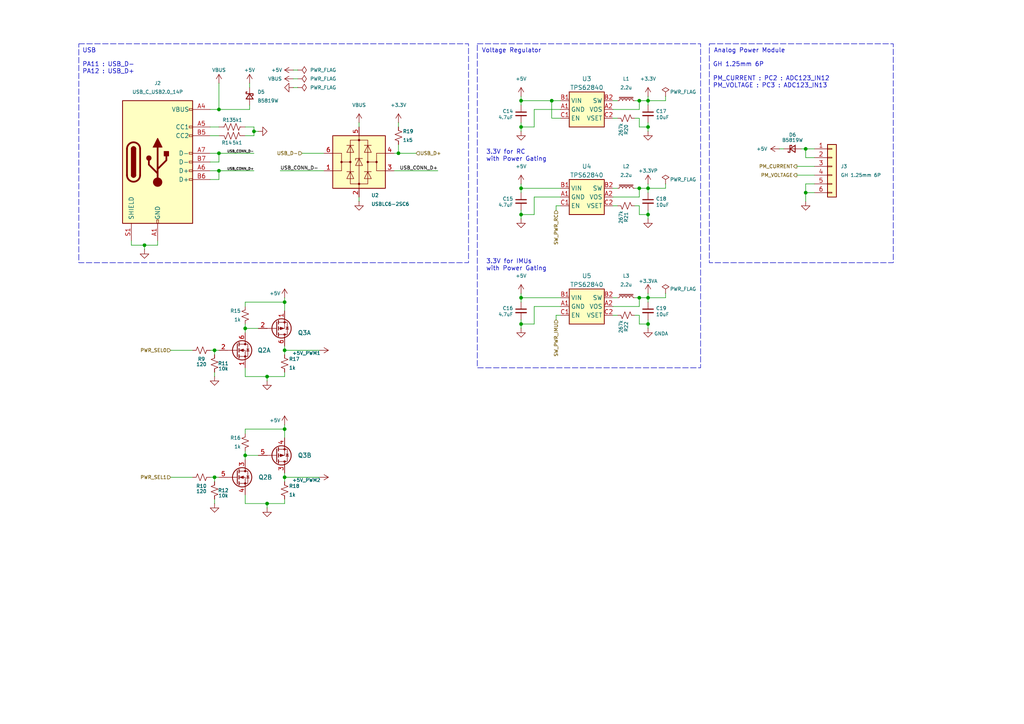
<source format=kicad_sch>
(kicad_sch (version 20250114) (generator "eeschema") (generator_version "9.0")
  (paper "A4")
  (title_block (title "USB & POWER") (date "2025-04-13") (rev "A") (company "NARAE") (comment 1 "INHA Univ. Areo-modelling Club") (comment 2 "2024 Winter UAV Project ") (comment 3 "Reversion 2"))
  (lib_symbols
    (symbol "+5V_1" (power) (pin_numbers (hide yes)) (pin_names (offset 0) (hide yes))
      (property "Value" "+5V" (at 0 3.556 0))
      (symbol "+5V_1_1_1"
        (pin power_in line (at 0 0 90) (length 0) (name "~") (number "1"))
      )
    )
    (symbol "Connector:USB_C_Receptacle_USB2.0_14P" (pin_names (offset 1.016))
      (property "Reference" "J3" (at 0 22.86 0))
      (property "Value" "USB_C_USB2.0_14P" (at 0 20.32 0))
      (symbol "USB_C_Receptacle_USB2.0_14P_1_1"
        (pin power_in line (at -7.62 -22.86 90) (length 5.08) (name "SHIELD") (number "S1"))
        (pin power_in line (at 0 -22.86 90) (length 5.08) (name "GND") (number "A1"))
        (pin power_in line (at 0 -22.86 90) (length 5.08) (hide yes) (name "GND") (number "A12"))
        (pin power_in line (at 0 -22.86 90) (length 5.08) (hide yes) (name "GND") (number "B1"))
        (pin power_in line (at 0 -22.86 90) (length 5.08) (hide yes) (name "GND") (number "B12"))
        (pin passive line (at 15.24 15.24 180) (length 5.08) (name "VBUS") (number "A4"))
        (pin passive line (at 15.24 15.24 180) (length 5.08) (hide yes) (name "VBUS") (number "A9"))
        (pin passive line (at 15.24 15.24 180) (length 5.08) (hide yes) (name "VBUS") (number "B4"))
        (pin passive line (at 15.24 15.24 180) (length 5.08) (hide yes) (name "VBUS") (number "B9"))
        (pin bidirectional line (at 15.24 10.16 180) (length 5.08) (name "CC1") (number "A5"))
        (pin bidirectional line (at 15.24 7.62 180) (length 5.08) (name "CC2") (number "B5"))
        (pin bidirectional line (at 15.24 2.54 180) (length 5.08) (name "D-") (number "A7"))
        (pin bidirectional line (at 15.24 0 180) (length 5.08) (name "D-") (number "B7"))
        (pin bidirectional line (at 15.24 -2.54 180) (length 5.08) (name "D+") (number "A6"))
        (pin bidirectional line (at 15.24 -5.08 180) (length 5.08) (name "D+") (number "B6"))
      )
    )
    (symbol "Connector_Generic:Conn_01x06" (pin_names (offset 1.016) (hide yes))
      (property "Reference" "J" (at 0 7.62 0))
      (property "Value" "Conn_01x06" (at 0 -10.16 0))
      (symbol "Conn_01x06_1_1"
        (pin passive line (at -5.08 5.08 0) (length 3.81) (name "Pin_1") (number "1"))
        (pin passive line (at -5.08 2.54 0) (length 3.81) (name "Pin_2") (number "2"))
        (pin passive line (at -5.08 0 0) (length 3.81) (name "Pin_3") (number "3"))
        (pin passive line (at -5.08 -2.54 0) (length 3.81) (name "Pin_4") (number "4"))
        (pin passive line (at -5.08 -5.08 0) (length 3.81) (name "Pin_5") (number "5"))
        (pin passive line (at -5.08 -7.62 0) (length 3.81) (name "Pin_6") (number "6"))
      )
    )
    (symbol "Device:C_Small" (pin_numbers (hide yes)) (pin_names (offset 0.254) (hide yes))
      (property "Reference" "C" (at 0.254 1.778 0))
      (property "Value" "C_Small" (at 0.254 -2.032 0))
      (symbol "C_Small_1_1"
        (pin passive line (at 0 2.54 270) (length 2.032) (name "~") (number "1"))
        (pin passive line (at 0 -2.54 90) (length 2.032) (name "~") (number "2"))
      )
    )
    (symbol "Device:D_Schottky_Small" (pin_numbers (hide yes)) (pin_names (offset 0.254) (hide yes))
      (property "Reference" "D" (at -1.27 2.032 0))
      (property "Value" "D_Schottky_Small" (at -7.112 -2.032 0))
      (symbol "D_Schottky_Small_1_1"
        (pin passive line (at -2.54 0 0) (length 1.778) (name "K") (number "1"))
        (pin passive line (at 2.54 0 180) (length 1.778) (name "A") (number "2"))
      )
    )
    (symbol "Device:L_Iron_Small" (pin_numbers (hide yes)) (pin_names (offset 0.254) (hide yes))
      (property "Reference" "L" (at 1.27 1.016 0))
      (property "Value" "L_Iron_Small" (at 1.27 -1.27 0))
      (symbol "L_Iron_Small_1_1"
        (pin passive line (at 0 2.54 270) (length 0.508) (name "~") (number "1"))
        (pin passive line (at 0 -2.54 90) (length 0.508) (name "~") (number "2"))
      )
    )
    (symbol "Device:R_Small_US" (pin_numbers (hide yes)) (pin_names (offset 0.254) (hide yes))
      (property "Reference" "R" (at 0.762 0.508 0))
      (property "Value" "R_Small_US" (at 0.762 -1.016 0))
      (symbol "R_Small_US_1_1"
        (pin passive line (at 0 2.54 270) (length 1.016) (name "~") (number "1"))
        (pin passive line (at 0 -2.54 90) (length 1.016) (name "~") (number "2"))
      )
    )
    (symbol "Device:R_US" (pin_numbers (hide yes)) (pin_names (offset 0))
      (property "Reference" "R" (at 2.54 0 90))
      (property "Value" "R_US" (at -2.54 0 90))
      (symbol "R_US_1_1"
        (pin passive line (at 0 3.81 270) (length 1.27) (name "~") (number "1"))
        (pin passive line (at 0 -3.81 90) (length 1.27) (name "~") (number "2"))
      )
    )
    (symbol "GND_13" (power) (pin_numbers (hide yes)) (pin_names (offset 0) (hide yes))
      (property "Value" "GND" (at 0 -3.81 0))
      (symbol "GND_13_1_1"
        (pin power_in line (at 0 0 270) (length 0) (name "~") (number "1"))
      )
    )
    (symbol "GND_2" (power) (pin_numbers (hide yes)) (pin_names (offset 0) (hide yes))
      (property "Value" "GND" (at 0 -3.81 0))
      (symbol "GND_2_1_1"
        (pin power_in line (at 0 0 270) (length 0) (name "~") (number "1"))
      )
    )
    (symbol "GND_3" (power) (pin_numbers (hide yes)) (pin_names (offset 0) (hide yes))
      (property "Value" "GND" (at 0 -3.81 0))
      (symbol "GND_3_1_1"
        (pin power_in line (at 0 0 270) (length 0) (name "~") (number "1"))
      )
    )
    (symbol "Nexperia_PMD:PMDPB30XN" (pin_names (offset 0) (hide yes))
      (property "Reference" "Q" (at 5.08 1.905 0))
      (property "Value" "PMDPB30XN" (at 5.08 0 0))
      (symbol "PMDPB30XN_1_0"
        (pin passive line (at 2.54 5.08 270) (length 2.54) (hide yes) (name "D") (number "7"))
      )
      (symbol "PMDPB30XN_1_1"
        (pin input line (at -5.08 0 0) (length 2.54) (name "G") (number "2"))
        (pin passive line (at 2.54 5.08 270) (length 2.54) (name "D") (number "6"))
        (pin passive line (at 2.54 -5.08 90) (length 2.54) (name "S") (number "1"))
      )
      (symbol "PMDPB30XN_2_0"
        (pin passive line (at 2.54 5.08 270) (length 2.54) (hide yes) (name "D") (number "8"))
      )
      (symbol "PMDPB30XN_2_1"
        (pin input line (at -5.08 0 0) (length 2.54) (name "G") (number "5"))
        (pin passive line (at 2.54 5.08 270) (length 2.54) (name "D") (number "3"))
        (pin passive line (at 2.54 -5.08 90) (length 2.54) (name "S") (number "4"))
      )
    )
    (symbol "Nexperia_PMD:PMDPB55XPA" (pin_names (offset 0) (hide yes))
      (property "Reference" "Q" (at 5.08 1.905 0))
      (property "Value" "PMDPB55XPA" (at 5.08 0 0))
      (symbol "PMDPB55XPA_1_0"
        (pin passive line (at 2.54 5.08 270) (length 2.54) (hide yes) (name "D") (number "7"))
      )
      (symbol "PMDPB55XPA_1_1"
        (pin input line (at -5.08 0 0) (length 2.54) (name "G") (number "2"))
        (pin passive line (at 2.54 5.08 270) (length 2.54) (name "D") (number "6"))
        (pin passive line (at 2.54 -5.08 90) (length 2.54) (name "S") (number "1"))
      )
      (symbol "PMDPB55XPA_2_0"
        (pin passive line (at 2.54 5.08 270) (length 2.54) (hide yes) (name "D") (number "8"))
      )
      (symbol "PMDPB55XPA_2_1"
        (pin input line (at -5.08 0 0) (length 2.54) (name "G") (number "5"))
        (pin passive line (at 2.54 5.08 270) (length 2.54) (name "D") (number "3"))
        (pin passive line (at 2.54 -5.08 90) (length 2.54) (name "S") (number "4"))
      )
    )
    (symbol "Power_Protection:USBLC6-2SC6" (pin_names (hide yes))
      (property "Reference" "U" (at 2.54 8.89 0))
      (property "Value" "USBLC6-2SC6" (at 2.54 -8.89 0))
      (symbol "USBLC6-2SC6_1_1"
        (pin passive line (at -10.16 2.54 0) (length 2.54) (name "I/O1") (number "6"))
        (pin passive line (at -10.16 -2.54 0) (length 2.54) (name "I/O1") (number "1"))
        (pin passive line (at 0 10.16 270) (length 2.54) (name "VBUS") (number "5"))
        (pin passive line (at 0 -10.16 90) (length 2.54) (name "GND") (number "2"))
        (pin passive line (at 10.16 2.54 180) (length 2.54) (name "I/O2") (number "4"))
        (pin passive line (at 10.16 -2.54 180) (length 2.54) (name "I/O2") (number "3"))
      )
    )
    (symbol "TPS62840YBG:TPS62840YBG"
      (property "Reference" "U" (at 0 6.35 0))
      (symbol "TPS62840YBG_1_1"
        (pin power_in line (at -7.62 2.54 0) (length 2.54) (name "VIN") (number "B1"))
        (pin power_in line (at -7.62 0 0) (length 2.54) (name "GND") (number "A1"))
        (pin input line (at -7.62 -2.54 0) (length 2.54) (name "EN") (number "C1"))
        (pin open_collector line (at 7.62 2.54 180) (length 2.54) (name "SW") (number "B2"))
        (pin input line (at 7.62 0 180) (length 2.54) (name "VOS") (number "A2"))
        (pin input line (at 7.62 -2.54 180) (length 2.54) (name "VSET") (number "C2"))
      )
    )
    (symbol "VBUS_1" (power) (pin_numbers (hide yes)) (pin_names (offset 0) (hide yes))
      (property "Value" "VBUS" (at 0 3.556 0))
      (symbol "VBUS_1_1_1"
        (pin power_in line (at 0 0 90) (length 0) (name "~") (number "1"))
      )
    )
    (symbol "power:+3.3V" (power) (pin_numbers (hide yes)) (pin_names (offset 0) (hide yes))
      (property "Value" "+3.3V" (at 0 3.556 0))
      (symbol "+3.3V_1_1"
        (pin power_in line (at 0 0 90) (length 0) (name "~") (number "1"))
      )
    )
    (symbol "power:+3.3VA" (power) (pin_numbers (hide yes)) (pin_names (offset 0) (hide yes))
      (property "Value" "+3.3VA" (at 0 3.556 0))
      (symbol "+3.3VA_1_1"
        (pin power_in line (at 0 0 90) (length 0) (name "~") (number "1"))
      )
    )
    (symbol "power:+3.3VP" (power) (pin_numbers (hide yes)) (pin_names (offset 0) (hide yes))
      (property "Value" "+3.3VP" (at 0 3.556 0))
      (symbol "+3.3VP_0_0"
        (pin power_in line (at 0 0 90) (length 0) (name "~") (number "1"))
      )
    )
    (symbol "power:+5V" (power) (pin_numbers (hide yes)) (pin_names (offset 0) (hide yes))
      (property "Value" "+5V" (at 0 3.556 0))
      (symbol "+5V_1_1"
        (pin power_in line (at 0 0 90) (length 0) (name "~") (number "1"))
      )
    )
    (symbol "power:GND" (power) (pin_numbers (hide yes)) (pin_names (offset 0) (hide yes))
      (property "Value" "GND" (at 0 -3.81 0))
      (symbol "GND_1_1"
        (pin power_in line (at 0 0 270) (length 0) (name "~") (number "1"))
      )
    )
    (symbol "power:GNDA" (power) (pin_numbers (hide yes)) (pin_names (offset 0) (hide yes))
      (property "Value" "GNDA" (at 0 -3.81 0))
      (symbol "GNDA_1_1"
        (pin power_in line (at 0 0 270) (length 0) (name "~") (number "1"))
      )
    )
    (symbol "power:PWR_FLAG" (power) (pin_numbers (hide yes)) (pin_names (offset 0) (hide yes))
      (property "Value" "PWR_FLAG" (at 0 3.81 0))
      (symbol "PWR_FLAG_0_0"
        (pin power_out line (at 0 0 90) (length 0) (name "~") (number "1"))
      )
    )
    (symbol "power:VBUS" (power) (pin_numbers (hide yes)) (pin_names (offset 0) (hide yes))
      (property "Value" "VBUS" (at 0 3.556 0))
      (symbol "VBUS_1_1"
        (pin power_in line (at 0 0 90) (length 0) (name "~") (number "1"))
      )
    )
  )
  (rectangle (start 205.74 12.7) (end 259.08 76.2) (stroke (width 0) (type dash)))
  (rectangle (start 22.86 12.7) (end 135.89 76.2) (stroke (width 0) (type dash)))
  (rectangle (start 138.43 12.7) (end 203.2 106.68) (stroke (width 0) (type dash)))
  (text "Analog Power Module" (at 207.01 15.494 0) (effects (font (size 1.27 1.27)) (justify left bottom)))
  (text "GH 1.25mm 6P\n\nPM_CURRENT : PC2 : ADC123_IN12\nPM_VOLTAGE : PC3 : ADC123_IN13" (at 206.756 18.034 0) (effects (font (size 1.27 1.27)) (justify left top)))
  (text "Voltage Regulator" (at 139.7 15.494 0) (effects (font (size 1.27 1.27)) (justify left bottom)))
  (text "3.3V for IMUs\nwith Power Gating " (at 140.97 75.184 0) (effects (font (size 1.27 1.27)) (justify left top)))
  (text "USB" (at 23.876 15.494 0) (effects (font (size 1.27 1.27)) (justify left bottom)))
  (text "3.3V for RC \nwith Power Gating " (at 140.97 43.434 0) (effects (font (size 1.27 1.27)) (justify left top)))
  (text "PA11 : USB_D-\nPA12 : USB_D+" (at 23.876 18.034 0) (effects (font (size 1.27 1.27)) (justify left top)))
  (junction (at 71.12 95.25))
  (junction (at 115.57 44.45))
  (junction (at 185.42 29.21))
  (junction (at 62.23 101.6))
  (junction (at 233.68 55.88))
  (junction (at 63.5 31.75))
  (junction (at 82.55 124.46))
  (junction (at 160.02 29.21))
  (junction (at 185.42 86.36))
  (junction (at 187.96 86.36))
  (junction (at 185.42 54.61))
  (junction (at 151.13 62.23))
  (junction (at 77.47 146.05))
  (junction (at 151.13 54.61))
  (junction (at 151.13 86.36))
  (junction (at 82.55 101.6))
  (junction (at 41.91 71.12))
  (junction (at 187.96 29.21))
  (junction (at 187.96 62.23))
  (junction (at 82.55 87.63))
  (junction (at 187.96 36.83))
  (junction (at 151.13 29.21))
  (junction (at 233.68 43.18))
  (junction (at 71.12 132.08))
  (junction (at 73.66 38.1))
  (junction (at 151.13 93.98))
  (junction (at 187.96 54.61))
  (junction (at 62.23 138.43))
  (junction (at 63.5 44.45))
  (junction (at 187.96 93.98))
  (junction (at 82.55 138.43))
  (junction (at 77.47 109.22))
  (junction (at 63.5 49.53))
  (junction (at 151.13 36.83))
  (wire (pts (xy 151.13 29.21) (xy 151.13 30.48)))
  (wire (pts (xy 185.42 29.21) (xy 187.96 29.21)))
  (wire (pts (xy 233.68 43.18) (xy 233.68 45.72)))
  (wire (pts (xy 187.96 36.83) (xy 187.96 38.1)))
  (wire (pts (xy 63.5 49.53) (xy 63.5 52.07)))
  (wire (pts (xy 62.23 138.43) (xy 62.23 139.7)))
  (wire (pts (xy 185.42 88.9) (xy 185.42 86.36)))
  (wire (pts (xy 82.55 144.78) (xy 82.55 146.05)))
  (wire (pts (xy 161.29 59.69) (xy 162.56 59.69)))
  (wire (pts (xy 115.57 44.45) (xy 120.65 44.45)))
  (wire (pts (xy 187.96 93.98) (xy 187.96 95.25)))
  (wire (pts (xy 87.63 44.45) (xy 93.98 44.45)))
  (wire (pts (xy 187.96 86.36) (xy 187.96 87.63)))
  (wire (pts (xy 187.96 54.61) (xy 193.04 54.61)))
  (wire (pts (xy 185.42 86.36) (xy 187.96 86.36)))
  (wire (pts (xy 72.39 24.13) (xy 72.39 25.4)))
  (wire (pts (xy 63.5 44.45) (xy 63.5 46.99)))
  (wire (pts (xy 115.57 41.91) (xy 115.57 44.45)))
  (wire (pts (xy 151.13 60.96) (xy 151.13 62.23)))
  (wire (pts (xy 151.13 36.83) (xy 151.13 38.1)))
  (wire (pts (xy 41.91 71.12) (xy 41.91 72.39)))
  (wire (pts (xy 71.12 132.08) (xy 74.93 132.08)))
  (wire (pts (xy 184.15 86.36) (xy 185.42 86.36)))
  (wire (pts (xy 151.13 27.94) (xy 151.13 29.21)))
  (wire (pts (xy 85.09 25.4) (xy 86.36 25.4)))
  (wire (pts (xy 177.8 88.9) (xy 185.42 88.9)))
  (wire (pts (xy 151.13 93.98) (xy 151.13 95.25)))
  (wire (pts (xy 71.12 88.9) (xy 71.12 87.63)))
  (wire (pts (xy 72.39 30.48) (xy 72.39 31.75)))
  (wire (pts (xy 62.23 101.6) (xy 63.5 101.6)))
  (wire (pts (xy 82.55 100.33) (xy 82.55 101.6)))
  (wire (pts (xy 82.55 107.95) (xy 82.55 109.22)))
  (wire (pts (xy 185.42 36.83) (xy 187.96 36.83)))
  (wire (pts (xy 185.42 34.29) (xy 185.42 36.83)))
  (wire (pts (xy 73.66 38.1) (xy 74.93 38.1)))
  (wire (pts (xy 71.12 130.81) (xy 71.12 132.08)))
  (wire (pts (xy 231.14 48.26) (xy 236.22 48.26)))
  (wire (pts (xy 185.42 62.23) (xy 187.96 62.23)))
  (wire (pts (xy 177.8 31.75) (xy 185.42 31.75)))
  (wire (pts (xy 177.8 29.21) (xy 179.07 29.21)))
  (wire (pts (xy 71.12 39.37) (xy 73.66 39.37)))
  (wire (pts (xy 41.91 71.12) (xy 45.72 71.12)))
  (wire (pts (xy 151.13 36.83) (xy 154.94 36.83)))
  (wire (pts (xy 63.5 24.13) (xy 63.5 31.75)))
  (wire (pts (xy 236.22 53.34) (xy 233.68 53.34)))
  (wire (pts (xy 60.96 138.43) (xy 62.23 138.43)))
  (wire (pts (xy 233.68 55.88) (xy 233.68 58.42)))
  (wire (pts (xy 60.96 46.99) (xy 63.5 46.99)))
  (wire (pts (xy 151.13 92.71) (xy 151.13 93.98)))
  (wire (pts (xy 184.15 91.44) (xy 185.42 91.44)))
  (wire (pts (xy 184.15 59.69) (xy 185.42 59.69)))
  (wire (pts (xy 233.68 53.34) (xy 233.68 55.88)))
  (wire (pts (xy 71.12 95.25) (xy 71.12 96.52)))
  (wire (pts (xy 151.13 62.23) (xy 154.94 62.23)))
  (wire (pts (xy 154.94 62.23) (xy 154.94 57.15)))
  (wire (pts (xy 185.42 91.44) (xy 185.42 93.98)))
  (wire (pts (xy 60.96 39.37) (xy 63.5 39.37)))
  (wire (pts (xy 161.29 91.44) (xy 162.56 91.44)))
  (wire (pts (xy 71.12 106.68) (xy 71.12 109.22)))
  (wire (pts (xy 62.23 101.6) (xy 62.23 102.87)))
  (wire (pts (xy 82.55 86.36) (xy 82.55 87.63)))
  (wire (pts (xy 104.14 57.15) (xy 104.14 58.42)))
  (wire (pts (xy 185.42 57.15) (xy 185.42 54.61)))
  (wire (pts (xy 187.96 54.61) (xy 187.96 55.88)))
  (wire (pts (xy 82.55 101.6) (xy 82.55 102.87)))
  (wire (pts (xy 115.57 44.45) (xy 114.3 44.45)))
  (wire (pts (xy 151.13 53.34) (xy 151.13 54.61)))
  (wire (pts (xy 193.04 27.94) (xy 193.04 29.21)))
  (wire (pts (xy 104.14 35.56) (xy 104.14 36.83)))
  (wire (pts (xy 187.96 60.96) (xy 187.96 62.23)))
  (wire (pts (xy 184.15 34.29) (xy 185.42 34.29)))
  (wire (pts (xy 187.96 62.23) (xy 187.96 63.5)))
  (wire (pts (xy 62.23 138.43) (xy 63.5 138.43)))
  (wire (pts (xy 184.15 54.61) (xy 185.42 54.61)))
  (wire (pts (xy 154.94 93.98) (xy 154.94 88.9)))
  (wire (pts (xy 151.13 54.61) (xy 151.13 55.88)))
  (wire (pts (xy 160.02 29.21) (xy 162.56 29.21)))
  (wire (pts (xy 77.47 146.05) (xy 82.55 146.05)))
  (wire (pts (xy 60.96 101.6) (xy 62.23 101.6)))
  (wire (pts (xy 162.56 34.29) (xy 160.02 34.29)))
  (wire (pts (xy 71.12 87.63) (xy 82.55 87.63)))
  (wire (pts (xy 115.57 35.56) (xy 115.57 36.83)))
  (wire (pts (xy 161.29 60.96) (xy 161.29 59.69)))
  (wire (pts (xy 63.5 31.75) (xy 72.39 31.75)))
  (wire (pts (xy 71.12 36.83) (xy 73.66 36.83)))
  (wire (pts (xy 177.8 34.29) (xy 179.07 34.29)))
  (wire (pts (xy 185.42 59.69) (xy 185.42 62.23)))
  (wire (pts (xy 154.94 88.9) (xy 162.56 88.9)))
  (wire (pts (xy 193.04 85.09) (xy 193.04 86.36)))
  (wire (pts (xy 82.55 138.43) (xy 82.55 139.7)))
  (wire (pts (xy 236.22 55.88) (xy 233.68 55.88)))
  (wire (pts (xy 151.13 62.23) (xy 151.13 63.5)))
  (wire (pts (xy 71.12 95.25) (xy 74.93 95.25)))
  (wire (pts (xy 154.94 31.75) (xy 162.56 31.75)))
  (wire (pts (xy 71.12 146.05) (xy 77.47 146.05)))
  (wire (pts (xy 82.55 123.19) (xy 82.55 124.46)))
  (wire (pts (xy 185.42 93.98) (xy 187.96 93.98)))
  (wire (pts (xy 60.96 31.75) (xy 63.5 31.75)))
  (wire (pts (xy 187.96 29.21) (xy 187.96 30.48)))
  (wire (pts (xy 151.13 54.61) (xy 162.56 54.61)))
  (wire (pts (xy 73.66 36.83) (xy 73.66 38.1)))
  (wire (pts (xy 77.47 146.05) (xy 77.47 147.32)))
  (wire (pts (xy 71.12 124.46) (xy 82.55 124.46)))
  (wire (pts (xy 62.23 107.95) (xy 62.23 109.22)))
  (wire (pts (xy 232.41 43.18) (xy 233.68 43.18)))
  (wire (pts (xy 151.13 29.21) (xy 160.02 29.21)))
  (wire (pts (xy 187.96 85.09) (xy 187.96 86.36)))
  (wire (pts (xy 160.02 29.21) (xy 160.02 34.29)))
  (wire (pts (xy 161.29 92.71) (xy 161.29 91.44)))
  (wire (pts (xy 71.12 132.08) (xy 71.12 133.35)))
  (wire (pts (xy 236.22 45.72) (xy 233.68 45.72)))
  (wire (pts (xy 187.96 86.36) (xy 193.04 86.36)))
  (wire (pts (xy 177.8 86.36) (xy 179.07 86.36)))
  (wire (pts (xy 92.71 138.43) (xy 82.55 138.43)))
  (wire (pts (xy 71.12 93.98) (xy 71.12 95.25)))
  (wire (pts (xy 77.47 109.22) (xy 82.55 109.22)))
  (wire (pts (xy 60.96 49.53) (xy 63.5 49.53)))
  (wire (pts (xy 81.28 49.53) (xy 93.98 49.53)))
  (wire (pts (xy 82.55 137.16) (xy 82.55 138.43)))
  (wire (pts (xy 185.42 31.75) (xy 185.42 29.21)))
  (wire (pts (xy 82.55 124.46) (xy 82.55 127)))
  (wire (pts (xy 151.13 85.09) (xy 151.13 86.36)))
  (wire (pts (xy 62.23 144.78) (xy 62.23 146.05)))
  (wire (pts (xy 185.42 54.61) (xy 187.96 54.61)))
  (wire (pts (xy 154.94 57.15) (xy 162.56 57.15)))
  (wire (pts (xy 151.13 35.56) (xy 151.13 36.83)))
  (wire (pts (xy 187.96 35.56) (xy 187.96 36.83)))
  (wire (pts (xy 63.5 49.53) (xy 73.66 49.53)))
  (wire (pts (xy 151.13 86.36) (xy 151.13 87.63)))
  (wire (pts (xy 184.15 29.21) (xy 185.42 29.21)))
  (wire (pts (xy 127 49.53) (xy 114.3 49.53)))
  (wire (pts (xy 73.66 38.1) (xy 73.66 39.37)))
  (wire (pts (xy 187.96 29.21) (xy 193.04 29.21)))
  (wire (pts (xy 49.53 101.6) (xy 55.88 101.6)))
  (wire (pts (xy 187.96 27.94) (xy 187.96 29.21)))
  (wire (pts (xy 71.12 125.73) (xy 71.12 124.46)))
  (wire (pts (xy 193.04 53.34) (xy 193.04 54.61)))
  (wire (pts (xy 85.09 20.32) (xy 86.36 20.32)))
  (wire (pts (xy 177.8 91.44) (xy 179.07 91.44)))
  (wire (pts (xy 154.94 36.83) (xy 154.94 31.75)))
  (wire (pts (xy 60.96 44.45) (xy 63.5 44.45)))
  (wire (pts (xy 71.12 143.51) (xy 71.12 146.05)))
  (wire (pts (xy 38.1 69.85) (xy 38.1 71.12)))
  (wire (pts (xy 60.96 36.83) (xy 63.5 36.83)))
  (wire (pts (xy 187.96 53.34) (xy 187.96 54.61)))
  (wire (pts (xy 38.1 71.12) (xy 41.91 71.12)))
  (wire (pts (xy 177.8 59.69) (xy 179.07 59.69)))
  (wire (pts (xy 82.55 87.63) (xy 82.55 90.17)))
  (wire (pts (xy 187.96 92.71) (xy 187.96 93.98)))
  (wire (pts (xy 71.12 109.22) (xy 77.47 109.22)))
  (wire (pts (xy 60.96 52.07) (xy 63.5 52.07)))
  (wire (pts (xy 92.71 101.6) (xy 82.55 101.6)))
  (wire (pts (xy 231.14 50.8) (xy 236.22 50.8)))
  (wire (pts (xy 177.8 57.15) (xy 185.42 57.15)))
  (wire (pts (xy 226.06 43.18) (xy 227.33 43.18)))
  (wire (pts (xy 151.13 86.36) (xy 162.56 86.36)))
  (wire (pts (xy 233.68 43.18) (xy 236.22 43.18)))
  (wire (pts (xy 49.53 138.43) (xy 55.88 138.43)))
  (wire (pts (xy 177.8 54.61) (xy 179.07 54.61)))
  (wire (pts (xy 77.47 109.22) (xy 77.47 110.49)))
  (wire (pts (xy 151.13 93.98) (xy 154.94 93.98)))
  (wire (pts (xy 45.72 69.85) (xy 45.72 71.12)))
  (wire (pts (xy 85.09 22.86) (xy 86.36 22.86)))
  (wire (pts (xy 63.5 44.45) (xy 73.66 44.45)))
  (label "USB_CONN_D-" (at 73.66 44.45 180) (effects (font (size 0.7 0.7))))
  (label "USB_CONN_D+" (at 73.66 49.53 180) (effects (font (size 0.7 0.7))))
  (label "USB_CONN_D+" (at 127 49.53 180) (effects (font (size 1 1))))
  (label "USB_CONN_D-" (at 81.28 49.53 0) (effects (font (size 1 1))))
  (hierarchical_label "USB_D+" (shape input) (at 120.65 44.45 0) (effects (font (size 1 1))))
  (hierarchical_label "PWR_SEL0" (shape input) (at 49.53 101.6 180) (effects (font (size 1 1))))
  (hierarchical_label "PM_CURRENT" (shape output) (at 231.14 48.26 180) (effects (font (size 1 1))))
  (hierarchical_label "SW_PWR_RC" (shape input) (at 161.29 60.96 270) (effects (font (size 1 1))))
  (hierarchical_label "USB_D-" (shape input) (at 87.63 44.45 180) (effects (font (size 1 1))))
  (hierarchical_label "SW_PWR_IMU" (shape input) (at 161.29 92.71 270) (effects (font (size 1 1))))
  (hierarchical_label "PM_VOLTAGE" (shape output) (at 231.14 50.8 180) (effects (font (size 1 1))))
  (hierarchical_label "PWR_SEL1" (shape input) (at 49.53 138.43 180) (effects (font (size 1 1))))
  (symbol (lib_id "Device:R_Small_US") (at 82.55 142.24 0) (unit 1)
    (property "Reference" "R18" (at 83.82 140.97 0) (effects (font (size 1 1)) (justify left)))
    (property "Value" "1k" (at 83.82 143.51 0) (effects (font (size 1 1)) (justify left)))
    (property "Footprint" "Resistor_SMD:R_0402_1005Metric" (effects (hide yes)))
    (property "Description" "Resistor, small US symbol" (effects (hide yes)))
    (property "LCSC" "C106235" (effects (hide yes)))
  )
  (symbol (lib_id "power:+3.3V") (at 187.96 27.94 0) (unit 1)
    (property "Reference" "#PWR046" (effects (hide yes)))
    (property "Value" "+3.3V" (at 187.96 22.86 0) (effects (font (size 1 1))))
    (property "Description" "Power symbol creates a global label with name \"+3.3V\"" (effects (hide yes)))
  )
  (symbol (lib_id "power:+5V") (at 226.06 43.18 90) (unit 1)
    (property "Reference" "#PWR052" (effects (hide yes)))
    (property "Value" "+5V" (at 220.98 43.18 90) (effects (font (size 1 1))))
    (property "Description" "Power symbol creates a global label with name \"+5V\"" (effects (hide yes)))
  )
  (symbol (lib_id "power:GND") (at 151.13 63.5 0) (unit 1)
    (property "Reference" "#PWR043" (effects (hide yes)))
    (property "Value" "GND" (effects (hide yes)))
    (property "Description" "Power symbol creates a global label with name \"GND\" , ground" (effects (hide yes)))
  )
  (symbol (lib_id "TPS62840YBG:TPS62840YBG") (at 170.18 31.75 0) (unit 1)
    (property "Reference" "U3" (at 170.18 22.86 0))
    (property "Value" "TPS62840" (at 170.18 25.4 0))
    (property "Footprint" "Package_BGA:Texas_DSBGA-6_0.855x1.255mm_Layout2x3_P0.4mm_LevelC" (effects (hide yes)))
    (property "LCSC" "C2071139" (effects (hide yes)))
  )
  (symbol (lib_id "power:GNDA") (at 187.96 95.25 0) (unit 1)
    (property "Reference" "#PWR051" (effects (hide yes)))
    (property "Value" "GNDA" (at 191.77 96.774 0) (effects (font (size 1 1))))
    (property "Description" "Power symbol creates a global label with name \"GNDA\" , analog ground" (effects (hide yes)))
  )
  (symbol (lib_id "power:+3.3V") (at 115.57 35.56 0) (unit 1)
    (property "Reference" "#PWR039" (effects (hide yes)))
    (property "Value" "+3.3V" (at 115.57 30.48 0) (effects (font (size 1 1))))
    (property "Description" "Power symbol creates a global label with name \"+3.3V\"" (effects (hide yes)))
  )
  (symbol (lib_id "Device:L_Iron_Small") (at 181.61 54.61 90) (unit 1)
    (property "Reference" "L2" (at 181.61 48.26 90) (effects (font (size 1 1))))
    (property "Value" "2.2u" (at 181.61 50.8 90) (effects (font (size 1 1))))
    (property "Footprint" "VLS201610ET-2R2M:VLS201610ET-2R2M" (effects (hide yes)))
    (property "Description" "Inductor with iron core, small symbol" (effects (hide yes)))
    (property "LCSC" "C114768" (effects (hide yes)))
  )
  (symbol (lib_id "Device:R_Small_US") (at 181.61 34.29 270) (mirror x) (unit 1)
    (property "Reference" "R20" (at 181.61 37.592 0) (effects (font (size 1 1))))
    (property "Value" "267k" (at 180.086 37.592 0) (effects (font (size 1 1))))
    (property "Footprint" "Resistor_SMD:R_0402_1005Metric" (effects (hide yes)))
    (property "Description" "Resistor, small US symbol" (effects (hide yes)))
    (property "LCSC" "C2998050" (effects (hide yes)))
  )
  (symbol (lib_id "Device:R_Small_US") (at 181.61 91.44 270) (mirror x) (unit 1)
    (property "Reference" "R22" (at 181.61 94.742 0) (effects (font (size 1 1))))
    (property "Value" "267k" (at 180.086 94.742 0) (effects (font (size 1 1))))
    (property "Footprint" "Resistor_SMD:R_0402_1005Metric" (effects (hide yes)))
    (property "Description" "Resistor, small US symbol" (effects (hide yes)))
    (property "LCSC" "C2998050" (effects (hide yes)))
  )
  (symbol (lib_id "Nexperia_PMD:PMDPB55XPA") (at 80.01 95.25 0) (mirror x) (unit 1)
    (property "Reference" "Q3" (at 86.36 96.5201 0) (effects (justify left)))
    (property "Value" "PMDPB55XP" (effects (hide yes)))
    (property "Footprint" "Nexperia_SOT1118:Nexperia_SOT1118" (effects (hide yes)))
    (property "Description" "Dual PMOS transistor, 6 pin package" (effects (hide yes)))
    (property "LCSC" "C552752" (effects (hide yes)))
  )
  (symbol (lib_id "Device:R_Small_US") (at 62.23 105.41 0) (mirror y) (unit 1)
    (property "Reference" "R11" (at 64.77 105.41 0) (effects (font (size 1 1))))
    (property "Value" "10k" (at 64.77 106.934 0) (effects (font (size 1 1))))
    (property "Footprint" "Resistor_SMD:R_0402_1005Metric" (effects (hide yes)))
    (property "Description" "Resistor, small US symbol" (effects (hide yes)))
    (property "LCSC" "C25531" (effects (hide yes)))
  )
  (symbol (lib_id "power:GND") (at 77.47 110.49 0) (unit 1)
    (property "Reference" "#PWR028" (effects (hide yes)))
    (property "Value" "GND" (effects (hide yes)))
    (property "Description" "Power symbol creates a global label with name \"GND\" , ground" (effects (hide yes)))
  )
  (symbol (lib_id "Connector_Generic:Conn_01x06") (at 241.3 48.26 0) (unit 1)
    (property "Reference" "J3" (at 243.84 48.26 0) (effects (font (size 1 1)) (justify left)))
    (property "Value" "GH 1.25mm 6P" (at 243.84 50.8 0) (effects (font (size 1 1)) (justify left)))
    (property "Footprint" "JST_GH:JST_GH_SM06B-GHS-TB_06x1.25mm_Angled" (effects (hide yes)))
    (property "Description" "Generic connector, single row, 01x06, script generated (kicad-library-utils/schlib/autogen/connector/)" (effects (hide yes)))
    (property "LCSC" "C133065" (effects (hide yes)))
  )
  (symbol (lib_id "TPS62840YBG:TPS62840YBG") (at 170.18 57.15 0) (unit 1)
    (property "Reference" "U4" (at 170.18 48.26 0))
    (property "Value" "TPS62840" (at 170.18 50.8 0))
    (property "Footprint" "Package_BGA:Texas_DSBGA-6_0.855x1.255mm_Layout2x3_P0.4mm_LevelC" (effects (hide yes)))
    (property "LCSC" "C2071139" (effects (hide yes)))
  )
  (symbol (lib_name "GND_13") (lib_id "power:GND") (at 62.23 109.22 0) (unit 1)
    (property "Reference" "#PWR023" (effects (hide yes)))
    (property "Value" "GND" (effects (hide yes)))
    (property "Description" "Power symbol creates a global label with name \"GND\" , ground" (effects (hide yes)))
  )
  (symbol (lib_id "power:GND") (at 151.13 38.1 0) (unit 1)
    (property "Reference" "#PWR041" (effects (hide yes)))
    (property "Value" "GND" (effects (hide yes)))
    (property "Description" "Power symbol creates a global label with name \"GND\" , ground" (effects (hide yes)))
  )
  (symbol (lib_name "+5V_1") (lib_id "power:+5V") (at 92.71 138.43 270) (unit 1)
    (property "Reference" "#PWR036" (effects (hide yes)))
    (property "Value" "+5V_PWM2" (at 92.964 138.684 90) (effects (font (size 1 1)) (justify right top)))
  )
  (symbol (lib_id "Device:R_Small_US") (at 58.42 138.43 90) (unit 1)
    (property "Reference" "R10" (at 58.42 140.97 90) (effects (font (size 1 1))))
    (property "Value" "120" (at 58.42 142.494 90) (effects (font (size 1 1))))
    (property "Footprint" "Resistor_SMD:R_0402_1005Metric" (effects (hide yes)))
    (property "Description" "Resistor, small US symbol" (effects (hide yes)))
    (property "LCSC" " C25079" (effects (hide yes)))
  )
  (symbol (lib_id "Device:C_Small") (at 187.96 58.42 0) (unit 1)
    (property "Reference" "C18" (at 190.246 57.658 0) (effects (font (size 1 1)) (justify left)))
    (property "Value" "10uF" (at 190.246 59.436 0) (effects (font (size 1 1)) (justify left)))
    (property "Footprint" "Capacitor_SMD:C_0402_1005Metric" (effects (hide yes)))
    (property "LCSC" "C307415" (effects (hide yes)))
  )
  (symbol (lib_id "Device:C_Small") (at 151.13 58.42 0) (unit 1)
    (property "Reference" "C15" (at 148.844 57.658 0) (effects (font (size 1 1)) (justify right)))
    (property "Value" "4.7uF" (at 148.844 59.436 0) (effects (font (size 1 1)) (justify right)))
    (property "Footprint" "Capacitor_SMD:C_0402_1005Metric" (effects (hide yes)))
    (property "LCSC" "C307423" (effects (hide yes)))
  )
  (symbol (lib_id "Device:R_Small_US") (at 181.61 59.69 270) (mirror x) (unit 1)
    (property "Reference" "R21" (at 181.61 62.992 0) (effects (font (size 1 1))))
    (property "Value" "267k" (at 180.086 62.992 0) (effects (font (size 1 1))))
    (property "Footprint" "Resistor_SMD:R_0402_1005Metric" (effects (hide yes)))
    (property "Description" "Resistor, small US symbol" (effects (hide yes)))
    (property "LCSC" "C2998050" (effects (hide yes)))
  )
  (symbol (lib_id "Device:C_Small") (at 151.13 90.17 0) (unit 1)
    (property "Reference" "C16" (at 148.844 89.408 0) (effects (font (size 1 1)) (justify right)))
    (property "Value" "4.7uF" (at 148.844 91.186 0) (effects (font (size 1 1)) (justify right)))
    (property "Footprint" "Capacitor_SMD:C_0402_1005Metric" (effects (hide yes)))
    (property "LCSC" "C307423" (effects (hide yes)))
  )
  (symbol (lib_id "power:+3.3VP") (at 187.96 53.34 0) (unit 1)
    (property "Reference" "#PWR048" (effects (hide yes)))
    (property "Value" "+3.3VP" (at 187.96 49.53 0) (effects (font (size 1 1))))
    (property "Description" "Power symbol creates a global label with name \"+3.3VP\"" (effects (hide yes)))
  )
  (symbol (lib_id "power:PWR_FLAG") (at 86.36 25.4 270) (unit 1)
    (property "Reference" "#FLG03" (effects (hide yes)))
    (property "Value" "PWR_FLAG" (at 93.726 25.4 90) (effects (font (size 1 1))))
    (property "Description" "Special symbol for telling ERC where power comes from" (effects (hide yes)))
  )
  (symbol (lib_id "power:+5V") (at 151.13 27.94 0) (unit 1)
    (property "Reference" "#PWR040" (effects (hide yes)))
    (property "Value" "+5V" (at 151.13 22.86 0) (effects (font (size 1 1))))
    (property "Description" "Power symbol creates a global label with name \"+5V\"" (effects (hide yes)))
  )
  (symbol (lib_id "Device:C_Small") (at 151.13 33.02 0) (unit 1)
    (property "Reference" "C14" (at 148.844 32.258 0) (effects (font (size 1 1)) (justify right)))
    (property "Value" "4.7uF" (at 148.844 34.036 0) (effects (font (size 1 1)) (justify right)))
    (property "Footprint" "Capacitor_SMD:C_0402_1005Metric" (effects (hide yes)))
    (property "LCSC" "C307423" (effects (hide yes)))
  )
  (symbol (lib_name "GND_3") (lib_id "power:GND") (at 85.09 25.4 270) (unit 1)
    (property "Reference" "#PWR034" (effects (hide yes)))
    (property "Value" "GND" (effects (hide yes)))
    (property "Description" "Power symbol creates a global label with name \"GND\" , ground" (effects (hide yes)))
  )
  (symbol (lib_id "Device:L_Iron_Small") (at 181.61 29.21 90) (unit 1)
    (property "Reference" "L1" (at 181.61 22.86 90) (effects (font (size 1 1))))
    (property "Value" "2.2u" (at 181.61 25.4 90) (effects (font (size 1 1))))
    (property "Footprint" "VLS201610ET-2R2M:VLS201610ET-2R2M" (effects (hide yes)))
    (property "Description" "Inductor with iron core, small symbol" (effects (hide yes)))
    (property "LCSC" "C114768" (effects (hide yes)))
  )
  (symbol (lib_id "Device:D_Schottky_Small") (at 72.39 27.94 90) (mirror x) (unit 1)
    (property "Reference" "D5" (at 74.676 26.67 90) (effects (font (size 1 1)) (justify right)))
    (property "Value" "B5819W" (at 74.676 29.21 90) (effects (font (size 1 1)) (justify right)))
    (property "Footprint" "Diode_SMD:D_SOD-323" (effects (hide yes)))
    (property "LCSC" "C22624" (effects (hide yes)))
  )
  (symbol (lib_name "+5V_1") (lib_id "power:+5V") (at 82.55 123.19 0) (mirror y) (unit 1)
    (property "Reference" "#PWR031" (effects (hide yes)))
    (property "Value" "+5V" (at 79.756 121.92 0) (effects (font (size 1 1))))
    (property "Description" "Power symbol creates a global label with name \"+5V\"" (effects (hide yes)))
  )
  (symbol (lib_id "power:PWR_FLAG") (at 86.36 20.32 270) (unit 1)
    (property "Reference" "#FLG01" (effects (hide yes)))
    (property "Value" "PWR_FLAG" (at 93.726 20.32 90) (effects (font (size 1 1))))
    (property "Description" "Special symbol for telling ERC where power comes from" (effects (hide yes)))
  )
  (symbol (lib_name "+5V_1") (lib_id "power:+5V") (at 85.09 20.32 90) (mirror x) (unit 1)
    (property "Reference" "#PWR032" (effects (hide yes)))
    (property "Value" "+5V" (at 80.264 20.32 90) (effects (font (size 1 1))))
    (property "Description" "Power symbol creates a global label with name \"+5V\"" (effects (hide yes)))
  )
  (symbol (lib_id "Device:L_Iron_Small") (at 181.61 86.36 90) (unit 1)
    (property "Reference" "L3" (at 181.61 80.01 90) (effects (font (size 1 1))))
    (property "Value" "2.2u" (at 181.61 82.55 90) (effects (font (size 1 1))))
    (property "Footprint" "VLS201610ET-2R2M:VLS201610ET-2R2M" (effects (hide yes)))
    (property "Description" "Inductor with iron core, small symbol" (effects (hide yes)))
    (property "LCSC" "C114768" (effects (hide yes)))
  )
  (symbol (lib_name "GND_3") (lib_id "power:GND") (at 41.91 72.39 0) (unit 1)
    (property "Reference" "#PWR022" (effects (hide yes)))
    (property "Value" "GND" (effects (hide yes)))
    (property "Description" "Power symbol creates a global label with name \"GND\" , ground" (effects (hide yes)))
  )
  (symbol (lib_id "power:PWR_FLAG") (at 193.04 85.09 0) (unit 1)
    (property "Reference" "#FLG06" (effects (hide yes)))
    (property "Value" "PWR_FLAG" (at 198.12 83.82 0) (effects (font (size 1 1))))
    (property "Description" "Special symbol for telling ERC where power comes from" (effects (hide yes)))
  )
  (symbol (lib_id "Power_Protection:USBLC6-2SC6") (at 104.14 46.99 0) (unit 1)
    (property "Reference" "U2" (at 107.696 56.642 0) (effects (font (size 1 1)) (justify left)))
    (property "Value" "USBLC6-2SC6" (at 107.696 59.182 0) (effects (font (size 1 1)) (justify left)))
    (property "Footprint" "Package_TO_SOT_SMD:SOT-23-6" (effects (hide yes)))
    (property "Datasheet" "https://www.st.com/resource/en/datasheet/usblc6-2.pdf" (effects (hide yes)))
    (property "LCSC" "C7519" (effects (hide yes)))
  )
  (symbol (lib_id "power:PWR_FLAG") (at 193.04 53.34 0) (unit 1)
    (property "Reference" "#FLG05" (effects (hide yes)))
    (property "Value" "PWR_FLAG" (at 198.12 52.07 0) (effects (font (size 1 1))))
    (property "Description" "Special symbol for telling ERC where power comes from" (effects (hide yes)))
  )
  (symbol (lib_name "+5V_1") (lib_id "power:+5V") (at 82.55 86.36 0) (mirror y) (unit 1)
    (property "Reference" "#PWR030" (effects (hide yes)))
    (property "Value" "+5V" (at 79.756 85.09 0) (effects (font (size 1 1))))
    (property "Description" "Power symbol creates a global label with name \"+5V\"" (effects (hide yes)))
  )
  (symbol (lib_id "Device:R_US") (at 67.31 39.37 90) (mirror x) (unit 1)
    (property "Reference" "R14" (at 65.786 41.402 90) (effects (font (size 1 1))))
    (property "Value" "5k1" (at 68.834 41.402 90) (effects (font (size 1 1))))
    (property "Footprint" "Resistor_SMD:R_0402_1005Metric" (effects (hide yes)))
    (property "Description" "Resistor, US symbol" (effects (hide yes)))
    (property "LCSC" "C25905" (effects (hide yes)))
  )
  (symbol (lib_id "power:+5V") (at 151.13 53.34 0) (unit 1)
    (property "Reference" "#PWR042" (effects (hide yes)))
    (property "Value" "+5V" (at 151.13 48.26 0) (effects (font (size 1 1))))
    (property "Description" "Power symbol creates a global label with name \"+5V\"" (effects (hide yes)))
  )
  (symbol (lib_name "GND_13") (lib_id "power:GND") (at 62.23 146.05 0) (unit 1)
    (property "Reference" "#PWR024" (effects (hide yes)))
    (property "Value" "GND" (effects (hide yes)))
    (property "Description" "Power symbol creates a global label with name \"GND\" , ground" (effects (hide yes)))
  )
  (symbol (lib_name "VBUS_1") (lib_id "power:VBUS") (at 85.09 22.86 90) (unit 1)
    (property "Reference" "#PWR033" (effects (hide yes)))
    (property "Value" "VBUS" (at 79.756 22.86 90) (effects (font (size 1 1))))
    (property "Description" "Power symbol creates a global label with name \"VBUS\"" (effects (hide yes)))
  )
  (symbol (lib_id "Device:R_Small_US") (at 71.12 91.44 0) (mirror y) (unit 1)
    (property "Reference" "R15" (at 69.85 90.17 0) (effects (font (size 1 1)) (justify left)))
    (property "Value" "1k" (at 69.85 92.71 0) (effects (font (size 1 1)) (justify left)))
    (property "Footprint" "Resistor_SMD:R_0402_1005Metric" (effects (hide yes)))
    (property "Description" "Resistor, small US symbol" (effects (hide yes)))
    (property "LCSC" "C106235" (effects (hide yes)))
  )
  (symbol (lib_id "TPS62840YBG:TPS62840YBG") (at 170.18 88.9 0) (unit 1)
    (property "Reference" "U5" (at 170.18 80.01 0))
    (property "Value" "TPS62840" (at 170.18 82.55 0))
    (property "Footprint" "Package_BGA:Texas_DSBGA-6_0.855x1.255mm_Layout2x3_P0.4mm_LevelC" (effects (hide yes)))
    (property "LCSC" "C2071139" (effects (hide yes)))
  )
  (symbol (lib_name "+5V_1") (lib_id "power:+5V") (at 92.71 101.6 270) (unit 1)
    (property "Reference" "#PWR035" (effects (hide yes)))
    (property "Value" "+5V_PWM1" (at 92.964 101.854 90) (effects (font (size 1 1)) (justify right top)))
  )
  (symbol (lib_id "power:GND") (at 233.68 58.42 0) (unit 1)
    (property "Reference" "#PWR053" (effects (hide yes)))
    (property "Value" "GND" (effects (hide yes)))
    (property "Description" "Power symbol creates a global label with name \"GND\" , ground" (effects (hide yes)))
  )
  (symbol (lib_id "power:+3.3VA") (at 187.96 85.09 0) (unit 1)
    (property "Reference" "#PWR050" (effects (hide yes)))
    (property "Value" "+3.3VA" (at 187.96 81.534 0) (effects (font (size 1 1))))
    (property "Description" "Power symbol creates a global label with name \"+3.3VA\"" (effects (hide yes)))
  )
  (symbol (lib_id "Device:R_Small_US") (at 82.55 105.41 0) (unit 1)
    (property "Reference" "R17" (at 83.82 104.14 0) (effects (font (size 1 1)) (justify left)))
    (property "Value" "1k" (at 83.82 106.68 0) (effects (font (size 1 1)) (justify left)))
    (property "Footprint" "Resistor_SMD:R_0402_1005Metric" (effects (hide yes)))
    (property "Description" "Resistor, small US symbol" (effects (hide yes)))
    (property "LCSC" "C106235" (effects (hide yes)))
  )
  (symbol (lib_name "+5V_1") (lib_id "power:+5V") (at 72.39 24.13 0) (mirror y) (unit 1)
    (property "Reference" "#PWR026" (effects (hide yes)))
    (property "Value" "+5V" (at 72.39 20.32 0) (effects (font (size 1 1))))
    (property "Description" "Power symbol creates a global label with name \"+5V\"" (effects (hide yes)))
  )
  (symbol (lib_id "power:+5V") (at 151.13 85.09 0) (unit 1)
    (property "Reference" "#PWR044" (effects (hide yes)))
    (property "Value" "+5V" (at 151.13 80.01 0) (effects (font (size 1 1))))
    (property "Description" "Power symbol creates a global label with name \"+5V\"" (effects (hide yes)))
  )
  (symbol (lib_id "Device:C_Small") (at 187.96 90.17 0) (unit 1)
    (property "Reference" "C19" (at 190.246 89.408 0) (effects (font (size 1 1)) (justify left)))
    (property "Value" "10uF" (at 190.246 91.186 0) (effects (font (size 1 1)) (justify left)))
    (property "Footprint" "Capacitor_SMD:C_0402_1005Metric" (effects (hide yes)))
    (property "LCSC" "C307415" (effects (hide yes)))
  )
  (symbol (lib_id "Device:R_Small_US") (at 62.23 142.24 0) (mirror y) (unit 1)
    (property "Reference" "R12" (at 64.77 142.24 0) (effects (font (size 1 1))))
    (property "Value" "10k" (at 64.77 143.764 0) (effects (font (size 1 1))))
    (property "Footprint" "Resistor_SMD:R_0402_1005Metric" (effects (hide yes)))
    (property "Description" "Resistor, small US symbol" (effects (hide yes)))
    (property "LCSC" "C25531" (effects (hide yes)))
  )
  (symbol (lib_id "power:GND") (at 187.96 63.5 0) (unit 1)
    (property "Reference" "#PWR049" (effects (hide yes)))
    (property "Value" "GND" (effects (hide yes)))
    (property "Description" "Power symbol creates a global label with name \"GND\" , ground" (effects (hide yes)))
  )
  (symbol (lib_id "power:PWR_FLAG") (at 86.36 22.86 270) (unit 1)
    (property "Reference" "#FLG02" (effects (hide yes)))
    (property "Value" "PWR_FLAG" (at 93.726 22.86 90) (effects (font (size 1 1))))
    (property "Description" "Special symbol for telling ERC where power comes from" (effects (hide yes)))
  )
  (symbol (lib_name "GND_2") (lib_id "power:GND") (at 74.93 38.1 90) (unit 1)
    (property "Reference" "#PWR027" (effects (hide yes)))
    (property "Value" "GND" (effects (hide yes)))
    (property "Description" "Power symbol creates a global label with name \"GND\" , ground" (effects (hide yes)))
  )
  (symbol (lib_id "power:GND") (at 151.13 95.25 0) (unit 1)
    (property "Reference" "#PWR045" (effects (hide yes)))
    (property "Value" "GND" (effects (hide yes)))
    (property "Description" "Power symbol creates a global label with name \"GND\" , ground" (effects (hide yes)))
  )
  (symbol (lib_id "Nexperia_PMD:PMDPB30XN") (at 68.58 101.6 0) (unit 1)
    (property "Reference" "Q2" (at 74.676 101.6 0) (effects (justify left)))
    (property "Value" "PMDPB30XN" (effects (hide yes)))
    (property "Footprint" "Nexperia_SOT1118:Nexperia_SOT1118" (effects (hide yes)))
    (property "Description" "Dual NMOS transistor, 6 pin package" (effects (hide yes)))
    (property "LCSC" "C478009" (effects (hide yes)))
  )
  (symbol (lib_id "Device:C_Small") (at 187.96 33.02 0) (unit 1)
    (property "Reference" "C17" (at 190.246 32.258 0) (effects (font (size 1 1)) (justify left)))
    (property "Value" "10uF" (at 190.246 34.036 0) (effects (font (size 1 1)) (justify left)))
    (property "Footprint" "Capacitor_SMD:C_0402_1005Metric" (effects (hide yes)))
    (property "LCSC" "C307415" (effects (hide yes)))
  )
  (symbol (lib_id "Nexperia_PMD:PMDPB55XPA") (at 80.01 132.08 0) (mirror x) (unit 2)
    (property "Reference" "Q3" (at 86.36 132.0799 0) (effects (justify left)))
    (property "Value" "PMDPB55XP" (effects (hide yes)))
    (property "Footprint" "Nexperia_SOT1118:Nexperia_SOT1118" (effects (hide yes)))
    (property "Description" "Dual PMOS transistor, 6 pin package" (effects (hide yes)))
    (property "LCSC" "C552752" (effects (hide yes)))
  )
  (symbol (lib_name "VBUS_1") (lib_id "power:VBUS") (at 63.5 24.13 0) (unit 1)
    (property "Reference" "#PWR025" (effects (hide yes)))
    (property "Value" "VBUS" (at 63.5 20.32 0) (effects (font (size 1 1))))
    (property "Description" "Power symbol creates a global label with name \"VBUS\"" (effects (hide yes)))
  )
  (symbol (lib_id "power:PWR_FLAG") (at 193.04 27.94 0) (unit 1)
    (property "Reference" "#FLG04" (effects (hide yes)))
    (property "Value" "PWR_FLAG" (at 198.12 26.67 0) (effects (font (size 1 1))))
    (property "Description" "Special symbol for telling ERC where power comes from" (effects (hide yes)))
  )
  (symbol (lib_id "Device:R_US") (at 67.31 36.83 90) (unit 1)
    (property "Reference" "R13" (at 66.04 34.798 90) (effects (font (size 1 1))))
    (property "Value" "5k1" (at 68.834 34.798 90) (effects (font (size 1 1))))
    (property "Footprint" "Resistor_SMD:R_0402_1005Metric" (effects (hide yes)))
    (property "Description" "Resistor, US symbol" (effects (hide yes)))
    (property "LCSC" "C25905" (effects (hide yes)))
  )
  (symbol (lib_id "power:GND") (at 104.14 58.42 0) (unit 1)
    (property "Reference" "#PWR038" (effects (hide yes)))
    (property "Value" "GND" (effects (hide yes)))
    (property "Description" "Power symbol creates a global label with name \"GND\" , ground" (effects (hide yes)))
  )
  (symbol (lib_id "Connector:USB_C_Receptacle_USB2.0_14P") (at 45.72 46.99 0) (unit 1)
    (property "Reference" "J2" (at 45.72 24.13 0) (effects (font (size 1 1))))
    (property "Value" "USB_C_USB2.0_14P" (at 45.72 26.67 0) (effects (font (size 1 1))))
    (property "Footprint" "Connector_USB:USB_C_Receptacle_GCT_USB4110" (effects (hide yes)))
    (property "Description" "USB 2.0-only 14P Type-C Receptacle connector" (effects (hide yes)))
    (property "LCSC" "C709031" (effects (hide yes)))
  )
  (symbol (lib_id "Device:R_Small_US") (at 71.12 128.27 0) (mirror y) (unit 1)
    (property "Reference" "R16" (at 69.85 127 0) (effects (font (size 1 1)) (justify left)))
    (property "Value" "1k" (at 69.85 129.54 0) (effects (font (size 1 1)) (justify left)))
    (property "Footprint" "Resistor_SMD:R_0402_1005Metric" (effects (hide yes)))
    (property "Description" "Resistor, small US symbol" (effects (hide yes)))
    (property "LCSC" "C106235" (effects (hide yes)))
  )
  (symbol (lib_id "Device:R_Small_US") (at 58.42 101.6 90) (unit 1)
    (property "Reference" "R9" (at 58.42 104.14 90) (effects (font (size 1 1))))
    (property "Value" "120" (at 58.42 105.664 90) (effects (font (size 1 1))))
    (property "Footprint" "Resistor_SMD:R_0402_1005Metric" (effects (hide yes)))
    (property "Description" "Resistor, small US symbol" (effects (hide yes)))
    (property "LCSC" " C25079" (effects (hide yes)))
  )
  (symbol (lib_id "Device:D_Schottky_Small") (at 229.87 43.18 0) (mirror x) (unit 1)
    (property "Reference" "D6" (at 229.87 39.116 0) (effects (font (size 1 1))))
    (property "Value" "B5819W" (at 229.87 40.64 0) (effects (font (size 1 1))))
    (property "Footprint" "Diode_SMD:D_SOD-323" (effects (hide yes)))
    (property "LCSC" "C22624" (effects (hide yes)))
  )
  (symbol (lib_id "Nexperia_PMD:PMDPB30XN") (at 68.58 138.43 0) (unit 2)
    (property "Reference" "Q2" (at 74.93 138.4299 0) (effects (justify left)))
    (property "Value" "PMDPB30XN" (effects (hide yes)))
    (property "Footprint" "Nexperia_SOT1118:Nexperia_SOT1118" (effects (hide yes)))
    (property "Description" "Dual NMOS transistor, 6 pin package" (effects (hide yes)))
    (property "LCSC" "C478009" (effects (hide yes)))
  )
  (symbol (lib_id "power:VBUS") (at 104.14 35.56 0) (unit 1)
    (property "Reference" "#PWR037" (effects (hide yes)))
    (property "Value" "VBUS" (at 104.14 30.48 0) (effects (font (size 1 1))))
    (property "Description" "Power symbol creates a global label with name \"VBUS\"" (effects (hide yes)))
  )
  (symbol (lib_id "power:GND") (at 187.96 38.1 0) (unit 1)
    (property "Reference" "#PWR047" (effects (hide yes)))
    (property "Value" "GND" (effects (hide yes)))
    (property "Description" "Power symbol creates a global label with name \"GND\" , ground" (effects (hide yes)))
  )
  (symbol (lib_id "power:GND") (at 77.47 147.32 0) (unit 1)
    (property "Reference" "#PWR029" (effects (hide yes)))
    (property "Value" "GND" (effects (hide yes)))
    (property "Description" "Power symbol creates a global label with name \"GND\" , ground" (effects (hide yes)))
  )
  (symbol (lib_id "Device:R_Small_US") (at 115.57 39.37 0) (unit 1)
    (property "Reference" "R19" (at 116.84 38.1 0) (effects (font (size 1 1)) (justify left)))
    (property "Value" "1k5" (at 116.84 40.64 0) (effects (font (size 1 1)) (justify left)))
    (property "Footprint" "Resistor_SMD:R_0402_1005Metric" (effects (hide yes)))
    (property "Description" "Resistor, small US symbol" (effects (hide yes)))
    (property "LCSC" "C25867" (effects (hide yes)))
  )
)
</source>
